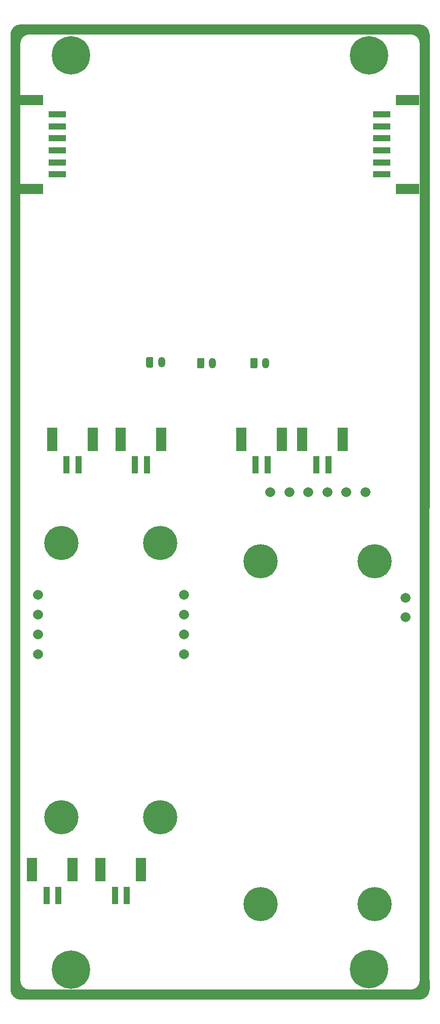
<source format=gbr>
%TF.GenerationSoftware,KiCad,Pcbnew,5.1.9-73d0e3b20d~88~ubuntu20.04.1*%
%TF.CreationDate,2021-04-18T23:10:18-05:00*%
%TF.ProjectId,COTS,434f5453-2e6b-4696-9361-645f70636258,rev?*%
%TF.SameCoordinates,Original*%
%TF.FileFunction,Soldermask,Top*%
%TF.FilePolarity,Negative*%
%FSLAX46Y46*%
G04 Gerber Fmt 4.6, Leading zero omitted, Abs format (unit mm)*
G04 Created by KiCad (PCBNEW 5.1.9-73d0e3b20d~88~ubuntu20.04.1) date 2021-04-18 23:10:18*
%MOMM*%
%LPD*%
G01*
G04 APERTURE LIST*
%ADD10C,0.150000*%
%ADD11C,0.100000*%
%ADD12C,3.600000*%
%ADD13C,5.700000*%
%ADD14C,1.660000*%
%ADD15R,3.000000X1.000000*%
%ADD16R,4.000000X1.800000*%
%ADD17R,1.800000X4.000000*%
%ADD18R,1.000000X3.000000*%
%ADD19C,6.400000*%
%ADD20C,0.800000*%
%ADD21O,1.200000X1.750000*%
G04 APERTURE END LIST*
D10*
X164400000Y-40600000D02*
G75*
G02*
X166000000Y-39000000I1600000J0D01*
G01*
X165900000Y-42100000D02*
G75*
G02*
X167500000Y-40500000I1600000J0D01*
G01*
X232750000Y-198300000D02*
G75*
G02*
X231150000Y-199900000I-1600000J0D01*
G01*
G36*
X234222400Y-199800000D02*
G01*
X232722400Y-199800000D01*
X232750000Y-40600000D01*
X234250000Y-40600000D01*
X234222400Y-199800000D01*
G37*
X234222400Y-199800000D02*
X232722400Y-199800000D01*
X232750000Y-40600000D01*
X234250000Y-40600000D01*
X234222400Y-199800000D01*
X166000000Y-201400000D02*
G75*
G02*
X164400000Y-199800000I0J1600000D01*
G01*
G36*
X234250000Y-199800000D02*
G01*
X234150000Y-200200000D01*
X233950000Y-200600000D01*
X233650000Y-201000000D01*
X233050000Y-201300000D01*
X232650000Y-201400000D01*
X231250000Y-201400000D01*
X231250000Y-199900000D01*
X231750000Y-199800000D01*
X232150000Y-199600000D01*
X232450000Y-199300000D01*
X232650000Y-198900000D01*
X232750000Y-198300000D01*
X234250000Y-198300000D01*
X234250000Y-199800000D01*
G37*
X234250000Y-199800000D02*
X234150000Y-200200000D01*
X233950000Y-200600000D01*
X233650000Y-201000000D01*
X233050000Y-201300000D01*
X232650000Y-201400000D01*
X231250000Y-201400000D01*
X231250000Y-199900000D01*
X231750000Y-199800000D01*
X232150000Y-199600000D01*
X232450000Y-199300000D01*
X232650000Y-198900000D01*
X232750000Y-198300000D01*
X234250000Y-198300000D01*
X234250000Y-199800000D01*
X234250000Y-199800000D02*
G75*
G02*
X232650000Y-201400000I-1600000J0D01*
G01*
X232750000Y-42100000D02*
G75*
G03*
X231150000Y-40500000I-1600000J0D01*
G01*
G36*
X165900000Y-199800000D02*
G01*
X164400000Y-199800000D01*
X164400000Y-40600000D01*
X165900000Y-40600000D01*
X165900000Y-199800000D01*
G37*
X165900000Y-199800000D02*
X164400000Y-199800000D01*
X164400000Y-40600000D01*
X165900000Y-40600000D01*
X165900000Y-199800000D01*
G36*
X167400000Y-40500000D02*
G01*
X166900000Y-40600000D01*
X166500000Y-40800000D01*
X166200000Y-41100000D01*
X166000000Y-41500000D01*
X165900000Y-42100000D01*
X164400000Y-42100000D01*
X164400000Y-40600000D01*
X164500000Y-40200000D01*
X164700000Y-39800000D01*
X165000000Y-39400000D01*
X165600000Y-39100000D01*
X166000000Y-39000000D01*
X167400000Y-39000000D01*
X167400000Y-40500000D01*
G37*
X167400000Y-40500000D02*
X166900000Y-40600000D01*
X166500000Y-40800000D01*
X166200000Y-41100000D01*
X166000000Y-41500000D01*
X165900000Y-42100000D01*
X164400000Y-42100000D01*
X164400000Y-40600000D01*
X164500000Y-40200000D01*
X164700000Y-39800000D01*
X165000000Y-39400000D01*
X165600000Y-39100000D01*
X166000000Y-39000000D01*
X167400000Y-39000000D01*
X167400000Y-40500000D01*
D11*
G36*
X233050000Y-39100000D02*
G01*
X233650000Y-39400000D01*
X233950000Y-39800000D01*
X234150000Y-40200000D01*
X234250000Y-40600000D01*
X234250000Y-42100000D01*
X232750000Y-42100000D01*
X232650000Y-41500000D01*
X232450000Y-41100000D01*
X232150000Y-40800000D01*
X231750000Y-40600000D01*
X231250000Y-40500000D01*
X231250000Y-39000000D01*
X232650000Y-39000000D01*
X233050000Y-39100000D01*
G37*
X233050000Y-39100000D02*
X233650000Y-39400000D01*
X233950000Y-39800000D01*
X234150000Y-40200000D01*
X234250000Y-40600000D01*
X234250000Y-42100000D01*
X232750000Y-42100000D01*
X232650000Y-41500000D01*
X232450000Y-41100000D01*
X232150000Y-40800000D01*
X231750000Y-40600000D01*
X231250000Y-40500000D01*
X231250000Y-39000000D01*
X232650000Y-39000000D01*
X233050000Y-39100000D01*
D10*
X234250000Y-40600000D02*
G75*
G03*
X232650000Y-39000000I-1600000J0D01*
G01*
G36*
X232700000Y-40500000D02*
G01*
X166000000Y-40500000D01*
X166000000Y-39000000D01*
X232700000Y-39000000D01*
X232700000Y-40500000D01*
G37*
X232700000Y-40500000D02*
X166000000Y-40500000D01*
X166000000Y-39000000D01*
X232700000Y-39000000D01*
X232700000Y-40500000D01*
G36*
X166000000Y-198900000D02*
G01*
X166200000Y-199300000D01*
X166500000Y-199600000D01*
X166900000Y-199800000D01*
X167500000Y-199900000D01*
X167500000Y-201400000D01*
X166000000Y-201400000D01*
X165600000Y-201300000D01*
X165200000Y-201100000D01*
X164800000Y-200800000D01*
X164500000Y-200200000D01*
X164400000Y-199800000D01*
X164400000Y-198400000D01*
X165900000Y-198400000D01*
X166000000Y-198900000D01*
G37*
X166000000Y-198900000D02*
X166200000Y-199300000D01*
X166500000Y-199600000D01*
X166900000Y-199800000D01*
X167500000Y-199900000D01*
X167500000Y-201400000D01*
X166000000Y-201400000D01*
X165600000Y-201300000D01*
X165200000Y-201100000D01*
X164800000Y-200800000D01*
X164500000Y-200200000D01*
X164400000Y-199800000D01*
X164400000Y-198400000D01*
X165900000Y-198400000D01*
X166000000Y-198900000D01*
X167500000Y-199900000D02*
G75*
G02*
X165900000Y-198300000I0J1600000D01*
G01*
G36*
X232700000Y-201400000D02*
G01*
X167500000Y-201400000D01*
X167500000Y-199900000D01*
X232700000Y-199900000D01*
X232700000Y-201400000D01*
G37*
X232700000Y-201400000D02*
X167500000Y-201400000D01*
X167500000Y-199900000D01*
X232700000Y-199900000D01*
X232700000Y-201400000D01*
D12*
%TO.C,A2*%
X206121000Y-185521600D03*
D13*
X206121000Y-185521600D03*
D12*
X225171000Y-185521600D03*
D13*
X225171000Y-185521600D03*
D12*
X206121000Y-128371600D03*
D13*
X206121000Y-128371600D03*
D12*
X225171000Y-128371600D03*
D13*
X225171000Y-128371600D03*
D14*
X230346000Y-134531100D03*
X230346000Y-137706100D03*
X207708500Y-116872000D03*
X210883500Y-116872000D03*
X214058500Y-116872000D03*
X217233500Y-116872000D03*
X220408500Y-116872000D03*
X223583500Y-116872000D03*
%TD*%
D15*
%TO.C,J11*%
X172120000Y-53920000D03*
X172120000Y-55920000D03*
X172120000Y-57920000D03*
X172120000Y-59920000D03*
D16*
X167820000Y-51520000D03*
X167820000Y-66320000D03*
D15*
X172120000Y-61920000D03*
X172120000Y-63920000D03*
%TD*%
%TO.C,J10*%
X226320000Y-63920000D03*
X226320000Y-61920000D03*
X226320000Y-59920000D03*
X226320000Y-57920000D03*
D16*
X230620000Y-66320000D03*
X230620000Y-51520000D03*
D15*
X226320000Y-55920000D03*
X226320000Y-53920000D03*
%TD*%
D17*
%TO.C,J1*%
X174723000Y-179800000D03*
X167923000Y-179800000D03*
D18*
X172323000Y-184100000D03*
X170323000Y-184100000D03*
%TD*%
D17*
%TO.C,J2*%
X186153000Y-179800000D03*
X179353000Y-179800000D03*
D18*
X183753000Y-184100000D03*
X181753000Y-184100000D03*
%TD*%
D17*
%TO.C,J4*%
X209682000Y-108052000D03*
X202882000Y-108052000D03*
D18*
X207282000Y-112352000D03*
X205282000Y-112352000D03*
%TD*%
D17*
%TO.C,J6*%
X189512000Y-108052000D03*
X182712000Y-108052000D03*
D18*
X187112000Y-112352000D03*
X185112000Y-112352000D03*
%TD*%
%TO.C,J3*%
X215442000Y-112352000D03*
X217442000Y-112352000D03*
D17*
X213042000Y-108052000D03*
X219842000Y-108052000D03*
%TD*%
%TO.C,J5*%
X178082000Y-108052000D03*
X171282000Y-108052000D03*
D18*
X175682000Y-112352000D03*
X173682000Y-112352000D03*
%TD*%
D12*
%TO.C,A1*%
X189357000Y-125349000D03*
D13*
X189357000Y-125349000D03*
D12*
X172847000Y-125349000D03*
D13*
X172847000Y-125349000D03*
D12*
X189357000Y-171069000D03*
D13*
X189357000Y-171069000D03*
D12*
X172847000Y-171069000D03*
D13*
X172847000Y-171069000D03*
D14*
X193290000Y-133985000D03*
X193290000Y-137287000D03*
X193290000Y-140589000D03*
X193290000Y-143891000D03*
X168914000Y-133985000D03*
X168914000Y-137287000D03*
X168914000Y-140589000D03*
X168914000Y-143891000D03*
%TD*%
D19*
%TO.C,REF\u002A\u002A*%
X224250000Y-196400000D03*
D20*
X226650000Y-196349200D03*
X225947056Y-198046256D03*
X224250000Y-198749200D03*
X222552944Y-198046256D03*
X221850000Y-196349200D03*
X222552944Y-194652144D03*
X224250000Y-193949200D03*
X225947056Y-194652144D03*
%TD*%
D19*
%TO.C,REF\u002A\u002A*%
X174400000Y-196450800D03*
D20*
X176800000Y-196400000D03*
X176097056Y-198097056D03*
X174400000Y-198800000D03*
X172702944Y-198097056D03*
X172000000Y-196400000D03*
X172702944Y-194702944D03*
X174400000Y-194000000D03*
X176097056Y-194702944D03*
%TD*%
D19*
%TO.C,REF\u002A\u002A*%
X174400000Y-44050800D03*
D20*
X176800000Y-44000000D03*
X176097056Y-45697056D03*
X174400000Y-46400000D03*
X172702944Y-45697056D03*
X172000000Y-44000000D03*
X172702944Y-42302944D03*
X174400000Y-41600000D03*
X176097056Y-42302944D03*
%TD*%
D19*
%TO.C,REF\u002A\u002A*%
X224250000Y-44050800D03*
D20*
X226650000Y-44000000D03*
X225947056Y-45697056D03*
X224250000Y-46400000D03*
X222552944Y-45697056D03*
X221850000Y-44000000D03*
X222552944Y-42302944D03*
X224250000Y-41600000D03*
X225947056Y-42302944D03*
%TD*%
D21*
%TO.C,J9*%
X189579000Y-95250000D03*
G36*
G01*
X186979000Y-95875001D02*
X186979000Y-94624999D01*
G75*
G02*
X187228999Y-94375000I249999J0D01*
G01*
X187929001Y-94375000D01*
G75*
G02*
X188179000Y-94624999I0J-249999D01*
G01*
X188179000Y-95875001D01*
G75*
G02*
X187929001Y-96125000I-249999J0D01*
G01*
X187228999Y-96125000D01*
G75*
G02*
X186979000Y-95875001I0J249999D01*
G01*
G37*
%TD*%
%TO.C,J8*%
X206978000Y-95377000D03*
G36*
G01*
X204378000Y-96002001D02*
X204378000Y-94751999D01*
G75*
G02*
X204627999Y-94502000I249999J0D01*
G01*
X205328001Y-94502000D01*
G75*
G02*
X205578000Y-94751999I0J-249999D01*
G01*
X205578000Y-96002001D01*
G75*
G02*
X205328001Y-96252000I-249999J0D01*
G01*
X204627999Y-96252000D01*
G75*
G02*
X204378000Y-96002001I0J249999D01*
G01*
G37*
%TD*%
%TO.C,J7*%
X198088000Y-95377000D03*
G36*
G01*
X195488000Y-96002001D02*
X195488000Y-94751999D01*
G75*
G02*
X195737999Y-94502000I249999J0D01*
G01*
X196438001Y-94502000D01*
G75*
G02*
X196688000Y-94751999I0J-249999D01*
G01*
X196688000Y-96002001D01*
G75*
G02*
X196438001Y-96252000I-249999J0D01*
G01*
X195737999Y-96252000D01*
G75*
G02*
X195488000Y-96002001I0J249999D01*
G01*
G37*
%TD*%
M02*

</source>
